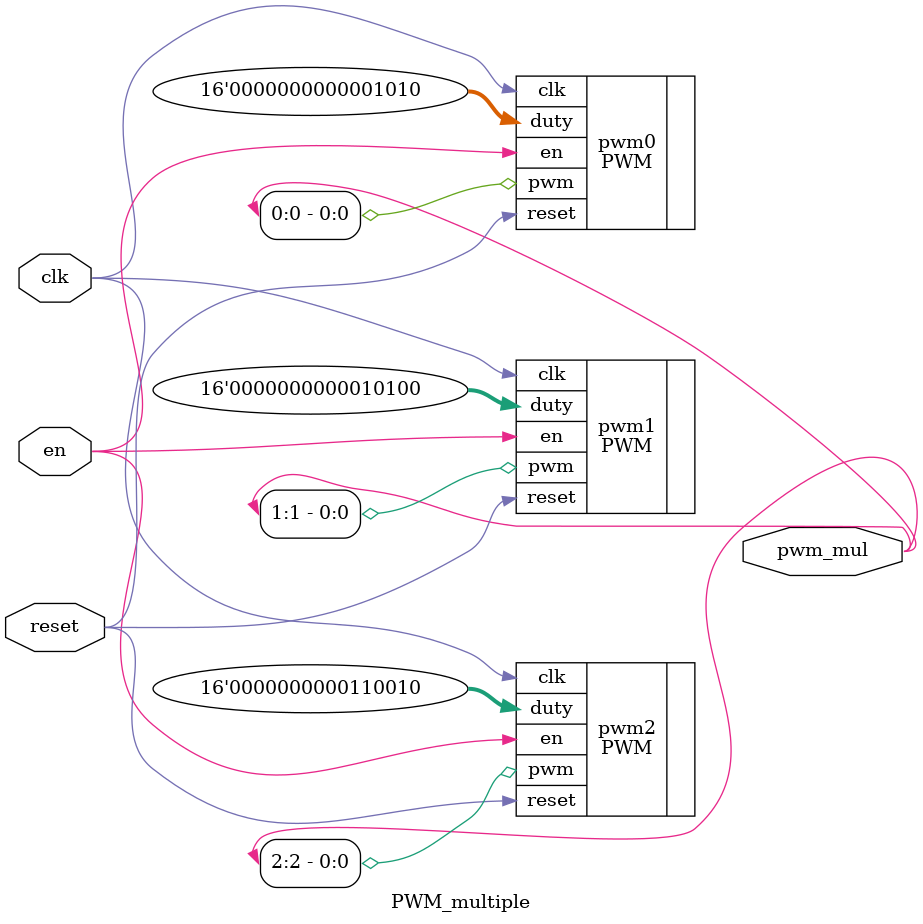
<source format=v>


module PWM_multiple( clk, reset,				// inputs
    en,
	pwm_mul);
input clk, reset,en;
//input [15:0]duty[2:0];
output [2:0]pwm_mul;

//<statements>
PWM pwm0(
    .clk(clk), 
    .reset(reset),// inputs
    .en(en),
    .duty(16'd10),
	.pwm(pwm_mul[0])
    );
PWM pwm1(
    .clk(clk), 
    .reset(reset),// inputs
    .en(en),
    .duty(16'd20),
	.pwm(pwm_mul[1])
    );
PWM pwm2(
    .clk(clk), 
    .reset(reset),// inputs
    .en(en),
    .duty(16'd50),
	.pwm(pwm_mul[2])
    );
endmodule


</source>
